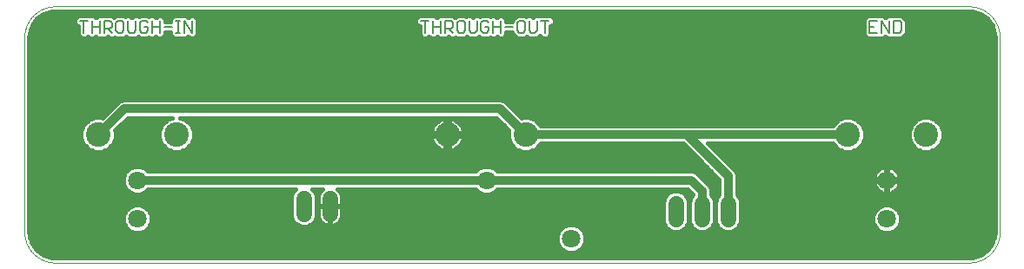
<source format=gtl>
G75*
%MOIN*%
%OFA0B0*%
%FSLAX25Y25*%
%IPPOS*%
%LPD*%
%AMOC8*
5,1,8,0,0,1.08239X$1,22.5*
%
%ADD10C,0.00000*%
%ADD11C,0.00500*%
%ADD12C,0.06000*%
%ADD13C,0.09449*%
%ADD14C,0.07087*%
%ADD15C,0.01600*%
%ADD16C,0.03200*%
D10*
X0029359Y0035315D02*
X0379753Y0035315D01*
X0380038Y0035318D01*
X0380324Y0035329D01*
X0380609Y0035346D01*
X0380893Y0035370D01*
X0381177Y0035401D01*
X0381460Y0035439D01*
X0381741Y0035484D01*
X0382022Y0035535D01*
X0382302Y0035593D01*
X0382580Y0035658D01*
X0382856Y0035730D01*
X0383130Y0035808D01*
X0383403Y0035893D01*
X0383673Y0035985D01*
X0383941Y0036083D01*
X0384207Y0036187D01*
X0384470Y0036298D01*
X0384730Y0036415D01*
X0384988Y0036538D01*
X0385242Y0036668D01*
X0385493Y0036804D01*
X0385741Y0036945D01*
X0385985Y0037093D01*
X0386226Y0037246D01*
X0386462Y0037406D01*
X0386695Y0037571D01*
X0386924Y0037741D01*
X0387149Y0037917D01*
X0387369Y0038099D01*
X0387585Y0038285D01*
X0387796Y0038477D01*
X0388003Y0038674D01*
X0388205Y0038876D01*
X0388402Y0039083D01*
X0388594Y0039294D01*
X0388780Y0039510D01*
X0388962Y0039730D01*
X0389138Y0039955D01*
X0389308Y0040184D01*
X0389473Y0040417D01*
X0389633Y0040653D01*
X0389786Y0040894D01*
X0389934Y0041138D01*
X0390075Y0041386D01*
X0390211Y0041637D01*
X0390341Y0041891D01*
X0390464Y0042149D01*
X0390581Y0042409D01*
X0390692Y0042672D01*
X0390796Y0042938D01*
X0390894Y0043206D01*
X0390986Y0043476D01*
X0391071Y0043749D01*
X0391149Y0044023D01*
X0391221Y0044299D01*
X0391286Y0044577D01*
X0391344Y0044857D01*
X0391395Y0045138D01*
X0391440Y0045419D01*
X0391478Y0045702D01*
X0391509Y0045986D01*
X0391533Y0046270D01*
X0391550Y0046555D01*
X0391561Y0046841D01*
X0391564Y0047126D01*
X0391564Y0121929D01*
X0391561Y0122214D01*
X0391550Y0122500D01*
X0391533Y0122785D01*
X0391509Y0123069D01*
X0391478Y0123353D01*
X0391440Y0123636D01*
X0391395Y0123917D01*
X0391344Y0124198D01*
X0391286Y0124478D01*
X0391221Y0124756D01*
X0391149Y0125032D01*
X0391071Y0125306D01*
X0390986Y0125579D01*
X0390894Y0125849D01*
X0390796Y0126117D01*
X0390692Y0126383D01*
X0390581Y0126646D01*
X0390464Y0126906D01*
X0390341Y0127164D01*
X0390211Y0127418D01*
X0390075Y0127669D01*
X0389934Y0127917D01*
X0389786Y0128161D01*
X0389633Y0128402D01*
X0389473Y0128638D01*
X0389308Y0128871D01*
X0389138Y0129100D01*
X0388962Y0129325D01*
X0388780Y0129545D01*
X0388594Y0129761D01*
X0388402Y0129972D01*
X0388205Y0130179D01*
X0388003Y0130381D01*
X0387796Y0130578D01*
X0387585Y0130770D01*
X0387369Y0130956D01*
X0387149Y0131138D01*
X0386924Y0131314D01*
X0386695Y0131484D01*
X0386462Y0131649D01*
X0386226Y0131809D01*
X0385985Y0131962D01*
X0385741Y0132110D01*
X0385493Y0132251D01*
X0385242Y0132387D01*
X0384988Y0132517D01*
X0384730Y0132640D01*
X0384470Y0132757D01*
X0384207Y0132868D01*
X0383941Y0132972D01*
X0383673Y0133070D01*
X0383403Y0133162D01*
X0383130Y0133247D01*
X0382856Y0133325D01*
X0382580Y0133397D01*
X0382302Y0133462D01*
X0382022Y0133520D01*
X0381741Y0133571D01*
X0381460Y0133616D01*
X0381177Y0133654D01*
X0380893Y0133685D01*
X0380609Y0133709D01*
X0380324Y0133726D01*
X0380038Y0133737D01*
X0379753Y0133740D01*
X0029359Y0133740D01*
X0029074Y0133737D01*
X0028788Y0133726D01*
X0028503Y0133709D01*
X0028219Y0133685D01*
X0027935Y0133654D01*
X0027652Y0133616D01*
X0027371Y0133571D01*
X0027090Y0133520D01*
X0026810Y0133462D01*
X0026532Y0133397D01*
X0026256Y0133325D01*
X0025982Y0133247D01*
X0025709Y0133162D01*
X0025439Y0133070D01*
X0025171Y0132972D01*
X0024905Y0132868D01*
X0024642Y0132757D01*
X0024382Y0132640D01*
X0024124Y0132517D01*
X0023870Y0132387D01*
X0023619Y0132251D01*
X0023371Y0132110D01*
X0023127Y0131962D01*
X0022886Y0131809D01*
X0022650Y0131649D01*
X0022417Y0131484D01*
X0022188Y0131314D01*
X0021963Y0131138D01*
X0021743Y0130956D01*
X0021527Y0130770D01*
X0021316Y0130578D01*
X0021109Y0130381D01*
X0020907Y0130179D01*
X0020710Y0129972D01*
X0020518Y0129761D01*
X0020332Y0129545D01*
X0020150Y0129325D01*
X0019974Y0129100D01*
X0019804Y0128871D01*
X0019639Y0128638D01*
X0019479Y0128402D01*
X0019326Y0128161D01*
X0019178Y0127917D01*
X0019037Y0127669D01*
X0018901Y0127418D01*
X0018771Y0127164D01*
X0018648Y0126906D01*
X0018531Y0126646D01*
X0018420Y0126383D01*
X0018316Y0126117D01*
X0018218Y0125849D01*
X0018126Y0125579D01*
X0018041Y0125306D01*
X0017963Y0125032D01*
X0017891Y0124756D01*
X0017826Y0124478D01*
X0017768Y0124198D01*
X0017717Y0123917D01*
X0017672Y0123636D01*
X0017634Y0123353D01*
X0017603Y0123069D01*
X0017579Y0122785D01*
X0017562Y0122500D01*
X0017551Y0122214D01*
X0017548Y0121929D01*
X0017548Y0047126D01*
X0017551Y0046841D01*
X0017562Y0046555D01*
X0017579Y0046270D01*
X0017603Y0045986D01*
X0017634Y0045702D01*
X0017672Y0045419D01*
X0017717Y0045138D01*
X0017768Y0044857D01*
X0017826Y0044577D01*
X0017891Y0044299D01*
X0017963Y0044023D01*
X0018041Y0043749D01*
X0018126Y0043476D01*
X0018218Y0043206D01*
X0018316Y0042938D01*
X0018420Y0042672D01*
X0018531Y0042409D01*
X0018648Y0042149D01*
X0018771Y0041891D01*
X0018901Y0041637D01*
X0019037Y0041386D01*
X0019178Y0041138D01*
X0019326Y0040894D01*
X0019479Y0040653D01*
X0019639Y0040417D01*
X0019804Y0040184D01*
X0019974Y0039955D01*
X0020150Y0039730D01*
X0020332Y0039510D01*
X0020518Y0039294D01*
X0020710Y0039083D01*
X0020907Y0038876D01*
X0021109Y0038674D01*
X0021316Y0038477D01*
X0021527Y0038285D01*
X0021743Y0038099D01*
X0021963Y0037917D01*
X0022188Y0037741D01*
X0022417Y0037571D01*
X0022650Y0037406D01*
X0022886Y0037246D01*
X0023127Y0037093D01*
X0023371Y0036945D01*
X0023619Y0036804D01*
X0023870Y0036668D01*
X0024124Y0036538D01*
X0024382Y0036415D01*
X0024642Y0036298D01*
X0024905Y0036187D01*
X0025171Y0036083D01*
X0025439Y0035985D01*
X0025709Y0035893D01*
X0025982Y0035808D01*
X0026256Y0035730D01*
X0026532Y0035658D01*
X0026810Y0035593D01*
X0027090Y0035535D01*
X0027371Y0035484D01*
X0027652Y0035439D01*
X0027935Y0035401D01*
X0028219Y0035370D01*
X0028503Y0035346D01*
X0028788Y0035329D01*
X0029074Y0035318D01*
X0029359Y0035315D01*
D11*
X0040354Y0123616D02*
X0040354Y0128120D01*
X0038853Y0128120D02*
X0041855Y0128120D01*
X0043457Y0128120D02*
X0043457Y0123616D01*
X0046459Y0123616D02*
X0046459Y0128120D01*
X0048061Y0128120D02*
X0050313Y0128120D01*
X0051063Y0127369D01*
X0051063Y0125868D01*
X0050313Y0125117D01*
X0048061Y0125117D01*
X0048061Y0123616D02*
X0048061Y0128120D01*
X0046459Y0125868D02*
X0043457Y0125868D01*
X0049562Y0125117D02*
X0051063Y0123616D01*
X0052665Y0124367D02*
X0053415Y0123616D01*
X0054916Y0123616D01*
X0055667Y0124367D01*
X0055667Y0127369D01*
X0054916Y0128120D01*
X0053415Y0128120D01*
X0052665Y0127369D01*
X0052665Y0124367D01*
X0057268Y0124367D02*
X0058019Y0123616D01*
X0059520Y0123616D01*
X0060271Y0124367D01*
X0060271Y0128120D01*
X0061872Y0127369D02*
X0061872Y0124367D01*
X0062623Y0123616D01*
X0064124Y0123616D01*
X0064875Y0124367D01*
X0064875Y0125868D01*
X0063374Y0125868D01*
X0064875Y0127369D02*
X0064124Y0128120D01*
X0062623Y0128120D01*
X0061872Y0127369D01*
X0066476Y0128120D02*
X0066476Y0123616D01*
X0069479Y0123616D02*
X0069479Y0128120D01*
X0069479Y0125868D02*
X0066476Y0125868D01*
X0071080Y0125868D02*
X0074083Y0125868D01*
X0075684Y0128120D02*
X0077185Y0128120D01*
X0076435Y0128120D02*
X0076435Y0123616D01*
X0077185Y0123616D02*
X0075684Y0123616D01*
X0078753Y0123616D02*
X0078753Y0128120D01*
X0081756Y0123616D01*
X0081756Y0128120D01*
X0057268Y0128120D02*
X0057268Y0124367D01*
X0169642Y0128120D02*
X0172644Y0128120D01*
X0171143Y0128120D02*
X0171143Y0123616D01*
X0174246Y0123616D02*
X0174246Y0128120D01*
X0174246Y0125868D02*
X0177248Y0125868D01*
X0178850Y0125117D02*
X0181102Y0125117D01*
X0181852Y0125868D01*
X0181852Y0127369D01*
X0181102Y0128120D01*
X0178850Y0128120D01*
X0178850Y0123616D01*
X0177248Y0123616D02*
X0177248Y0128120D01*
X0183454Y0127369D02*
X0183454Y0124367D01*
X0184204Y0123616D01*
X0185705Y0123616D01*
X0186456Y0124367D01*
X0186456Y0127369D01*
X0185705Y0128120D01*
X0184204Y0128120D01*
X0183454Y0127369D01*
X0180351Y0125117D02*
X0181852Y0123616D01*
X0188057Y0124367D02*
X0188808Y0123616D01*
X0190309Y0123616D01*
X0191060Y0124367D01*
X0191060Y0128120D01*
X0192661Y0127369D02*
X0192661Y0124367D01*
X0193412Y0123616D01*
X0194913Y0123616D01*
X0195664Y0124367D01*
X0195664Y0125868D01*
X0194163Y0125868D01*
X0195664Y0127369D02*
X0194913Y0128120D01*
X0193412Y0128120D01*
X0192661Y0127369D01*
X0197265Y0128120D02*
X0197265Y0123616D01*
X0200268Y0123616D02*
X0200268Y0128120D01*
X0200268Y0125868D02*
X0197265Y0125868D01*
X0201869Y0125868D02*
X0204872Y0125868D01*
X0206473Y0127369D02*
X0206473Y0124367D01*
X0207224Y0123616D01*
X0208725Y0123616D01*
X0209476Y0124367D01*
X0209476Y0127369D01*
X0208725Y0128120D01*
X0207224Y0128120D01*
X0206473Y0127369D01*
X0211077Y0128120D02*
X0211077Y0124367D01*
X0211828Y0123616D01*
X0213329Y0123616D01*
X0214080Y0124367D01*
X0214080Y0128120D01*
X0215681Y0128120D02*
X0218684Y0128120D01*
X0217182Y0128120D02*
X0217182Y0123616D01*
X0188057Y0124367D02*
X0188057Y0128120D01*
X0341601Y0128120D02*
X0341601Y0123616D01*
X0344603Y0123616D01*
X0346205Y0123616D02*
X0346205Y0128120D01*
X0349207Y0123616D01*
X0349207Y0128120D01*
X0350809Y0128120D02*
X0353061Y0128120D01*
X0353811Y0127369D01*
X0353811Y0124367D01*
X0353061Y0123616D01*
X0350809Y0123616D01*
X0350809Y0128120D01*
X0344603Y0128120D02*
X0341601Y0128120D01*
X0341601Y0125868D02*
X0343102Y0125868D01*
D12*
X0287391Y0058000D02*
X0287391Y0052000D01*
X0277391Y0052000D02*
X0277391Y0058000D01*
X0267391Y0058000D02*
X0267391Y0052000D01*
X0134753Y0053969D02*
X0134753Y0059969D01*
X0124753Y0059969D02*
X0124753Y0053969D01*
D13*
X0075855Y0084528D03*
X0045855Y0084528D03*
X0179713Y0084528D03*
X0209713Y0084528D03*
X0333257Y0084528D03*
X0363257Y0084528D03*
D14*
X0348257Y0067008D03*
X0348257Y0052047D03*
X0227194Y0044528D03*
X0194713Y0067008D03*
X0060855Y0067008D03*
X0060855Y0052047D03*
D15*
X0056043Y0049702D02*
X0019332Y0049702D01*
X0019332Y0051300D02*
X0055512Y0051300D01*
X0055512Y0050984D02*
X0056325Y0049020D01*
X0057828Y0047517D01*
X0059792Y0046704D01*
X0061918Y0046704D01*
X0063882Y0047517D01*
X0065385Y0049020D01*
X0066198Y0050984D01*
X0066198Y0053110D01*
X0065385Y0055074D01*
X0063882Y0056577D01*
X0061918Y0057391D01*
X0059792Y0057391D01*
X0057828Y0056577D01*
X0056325Y0055074D01*
X0055512Y0053110D01*
X0055512Y0050984D01*
X0057243Y0048103D02*
X0019332Y0048103D01*
X0019332Y0047126D02*
X0019332Y0121929D01*
X0019456Y0123498D01*
X0020425Y0126481D01*
X0022269Y0129019D01*
X0024807Y0130863D01*
X0027791Y0131832D01*
X0029359Y0131956D01*
X0030098Y0131956D01*
X0379753Y0131956D01*
X0381321Y0131832D01*
X0384305Y0130863D01*
X0386843Y0129019D01*
X0388687Y0126481D01*
X0389656Y0123498D01*
X0389780Y0121929D01*
X0389780Y0047126D01*
X0389656Y0045557D01*
X0388687Y0042574D01*
X0386843Y0040036D01*
X0384305Y0038192D01*
X0381321Y0037223D01*
X0379753Y0037099D01*
X0029359Y0037099D01*
X0027791Y0037223D01*
X0024807Y0038192D01*
X0022269Y0040036D01*
X0020425Y0042574D01*
X0019456Y0045557D01*
X0019332Y0047126D01*
X0019381Y0046505D02*
X0222229Y0046505D01*
X0221850Y0045590D02*
X0222664Y0047554D01*
X0224167Y0049057D01*
X0226131Y0049871D01*
X0228257Y0049871D01*
X0230220Y0049057D01*
X0231724Y0047554D01*
X0232537Y0045590D01*
X0232537Y0043465D01*
X0231724Y0041501D01*
X0230220Y0039998D01*
X0228257Y0039184D01*
X0226131Y0039184D01*
X0224167Y0039998D01*
X0222664Y0041501D01*
X0221850Y0043465D01*
X0221850Y0045590D01*
X0221850Y0044906D02*
X0019667Y0044906D01*
X0020187Y0043308D02*
X0221916Y0043308D01*
X0222578Y0041709D02*
X0021054Y0041709D01*
X0022215Y0040110D02*
X0224054Y0040110D01*
X0230333Y0040110D02*
X0386897Y0040110D01*
X0388058Y0041709D02*
X0231810Y0041709D01*
X0232472Y0043308D02*
X0388925Y0043308D01*
X0389444Y0044906D02*
X0232537Y0044906D01*
X0232158Y0046505D02*
X0389731Y0046505D01*
X0389780Y0048103D02*
X0351869Y0048103D01*
X0351283Y0047517D02*
X0352787Y0049020D01*
X0353600Y0050984D01*
X0353600Y0053110D01*
X0352787Y0055074D01*
X0351283Y0056577D01*
X0349320Y0057391D01*
X0347194Y0057391D01*
X0345230Y0056577D01*
X0343727Y0055074D01*
X0342913Y0053110D01*
X0342913Y0050984D01*
X0343727Y0049020D01*
X0345230Y0047517D01*
X0347194Y0046704D01*
X0349320Y0046704D01*
X0351283Y0047517D01*
X0344644Y0048103D02*
X0290282Y0048103D01*
X0290110Y0047931D02*
X0291460Y0049281D01*
X0292191Y0051045D01*
X0292191Y0058955D01*
X0291460Y0060719D01*
X0290791Y0061388D01*
X0290791Y0069298D01*
X0290273Y0070548D01*
X0289316Y0071504D01*
X0279693Y0081128D01*
X0327603Y0081128D01*
X0327726Y0080832D01*
X0329561Y0078996D01*
X0331959Y0078003D01*
X0334554Y0078003D01*
X0336952Y0078996D01*
X0338788Y0080832D01*
X0339781Y0083230D01*
X0339781Y0085825D01*
X0338788Y0088223D01*
X0336952Y0090059D01*
X0334554Y0091052D01*
X0331959Y0091052D01*
X0329561Y0090059D01*
X0327726Y0088223D01*
X0327603Y0087928D01*
X0215367Y0087928D01*
X0215245Y0088223D01*
X0213409Y0090059D01*
X0211011Y0091052D01*
X0208416Y0091052D01*
X0208120Y0090929D01*
X0202753Y0096296D01*
X0201797Y0097252D01*
X0200547Y0097770D01*
X0055021Y0097770D01*
X0053772Y0097252D01*
X0052815Y0096296D01*
X0047449Y0090929D01*
X0047153Y0091052D01*
X0044557Y0091052D01*
X0042159Y0090059D01*
X0040324Y0088223D01*
X0039331Y0085825D01*
X0039331Y0083230D01*
X0040324Y0080832D01*
X0042159Y0078996D01*
X0044557Y0078003D01*
X0047153Y0078003D01*
X0049551Y0078996D01*
X0051386Y0080832D01*
X0052380Y0083230D01*
X0052380Y0085825D01*
X0052257Y0086121D01*
X0057106Y0090970D01*
X0074360Y0090970D01*
X0072159Y0090059D01*
X0070324Y0088223D01*
X0069331Y0085825D01*
X0069331Y0083230D01*
X0070324Y0080832D01*
X0072159Y0078996D01*
X0074557Y0078003D01*
X0077153Y0078003D01*
X0079551Y0078996D01*
X0081386Y0080832D01*
X0082380Y0083230D01*
X0082380Y0085825D01*
X0081386Y0088223D01*
X0079551Y0090059D01*
X0077351Y0090970D01*
X0198463Y0090970D01*
X0203312Y0086121D01*
X0203189Y0085825D01*
X0203189Y0083230D01*
X0204182Y0080832D01*
X0206018Y0078996D01*
X0208416Y0078003D01*
X0211011Y0078003D01*
X0213409Y0078996D01*
X0215245Y0080832D01*
X0215367Y0081128D01*
X0270077Y0081128D01*
X0283991Y0067214D01*
X0283991Y0061388D01*
X0283321Y0060719D01*
X0282591Y0058955D01*
X0282591Y0051045D01*
X0283321Y0049281D01*
X0284672Y0047931D01*
X0286436Y0047200D01*
X0288345Y0047200D01*
X0290110Y0047931D01*
X0291634Y0049702D02*
X0343445Y0049702D01*
X0342913Y0051300D02*
X0292191Y0051300D01*
X0292191Y0052899D02*
X0342913Y0052899D01*
X0343488Y0054497D02*
X0292191Y0054497D01*
X0292191Y0056096D02*
X0344748Y0056096D01*
X0351765Y0056096D02*
X0389780Y0056096D01*
X0389780Y0057694D02*
X0292191Y0057694D01*
X0292051Y0059293D02*
X0389780Y0059293D01*
X0389780Y0060891D02*
X0291288Y0060891D01*
X0290791Y0062490D02*
X0345823Y0062490D01*
X0345568Y0062620D02*
X0346287Y0062253D01*
X0347055Y0062003D01*
X0347853Y0061877D01*
X0347876Y0061877D01*
X0347876Y0066627D01*
X0348638Y0066627D01*
X0348638Y0067389D01*
X0353387Y0067389D01*
X0353387Y0067412D01*
X0353261Y0068209D01*
X0353011Y0068977D01*
X0352645Y0069697D01*
X0352170Y0070350D01*
X0351599Y0070921D01*
X0350946Y0071396D01*
X0350226Y0071763D01*
X0349458Y0072012D01*
X0348660Y0072139D01*
X0348638Y0072139D01*
X0348638Y0067389D01*
X0347876Y0067389D01*
X0347876Y0072139D01*
X0347853Y0072139D01*
X0347055Y0072012D01*
X0346287Y0071763D01*
X0345568Y0071396D01*
X0344914Y0070921D01*
X0344343Y0070350D01*
X0343869Y0069697D01*
X0343502Y0068977D01*
X0343252Y0068209D01*
X0343126Y0067412D01*
X0343126Y0067389D01*
X0347876Y0067389D01*
X0347876Y0066627D01*
X0343126Y0066627D01*
X0343126Y0066604D01*
X0343252Y0065806D01*
X0343502Y0065038D01*
X0343869Y0064319D01*
X0344343Y0063665D01*
X0344914Y0063094D01*
X0345568Y0062620D01*
X0344036Y0064088D02*
X0290791Y0064088D01*
X0290791Y0065687D02*
X0343291Y0065687D01*
X0343471Y0068884D02*
X0290791Y0068884D01*
X0290791Y0067285D02*
X0347876Y0067285D01*
X0348638Y0067285D02*
X0389780Y0067285D01*
X0389780Y0065687D02*
X0353222Y0065687D01*
X0353261Y0065806D02*
X0353387Y0066604D01*
X0353387Y0066627D01*
X0348638Y0066627D01*
X0348638Y0061877D01*
X0348660Y0061877D01*
X0349458Y0062003D01*
X0350226Y0062253D01*
X0350946Y0062620D01*
X0351599Y0063094D01*
X0352170Y0063665D01*
X0352645Y0064319D01*
X0353011Y0065038D01*
X0353261Y0065806D01*
X0352477Y0064088D02*
X0389780Y0064088D01*
X0389780Y0062490D02*
X0350691Y0062490D01*
X0348638Y0062490D02*
X0347876Y0062490D01*
X0347876Y0064088D02*
X0348638Y0064088D01*
X0348638Y0065687D02*
X0347876Y0065687D01*
X0347876Y0068884D02*
X0348638Y0068884D01*
X0348638Y0070482D02*
X0347876Y0070482D01*
X0347876Y0072081D02*
X0348638Y0072081D01*
X0349026Y0072081D02*
X0389780Y0072081D01*
X0389780Y0073679D02*
X0287142Y0073679D01*
X0288740Y0072081D02*
X0347488Y0072081D01*
X0344475Y0070482D02*
X0290300Y0070482D01*
X0282321Y0068884D02*
X0276189Y0068884D01*
X0275183Y0069890D02*
X0273933Y0070408D01*
X0198870Y0070408D01*
X0197740Y0071538D01*
X0195776Y0072351D01*
X0193651Y0072351D01*
X0191687Y0071538D01*
X0190557Y0070408D01*
X0065012Y0070408D01*
X0063882Y0071538D01*
X0061918Y0072351D01*
X0059792Y0072351D01*
X0057828Y0071538D01*
X0056325Y0070035D01*
X0055512Y0068071D01*
X0055512Y0065945D01*
X0056325Y0063981D01*
X0057828Y0062478D01*
X0059792Y0061665D01*
X0061918Y0061665D01*
X0063882Y0062478D01*
X0065012Y0063608D01*
X0121604Y0063608D01*
X0120684Y0062687D01*
X0119953Y0060923D01*
X0119953Y0053014D01*
X0120684Y0051250D01*
X0122034Y0049899D01*
X0123798Y0049169D01*
X0125708Y0049169D01*
X0127472Y0049899D01*
X0128822Y0051250D01*
X0129553Y0053014D01*
X0129553Y0060923D01*
X0128822Y0062687D01*
X0127902Y0063608D01*
X0131957Y0063608D01*
X0131764Y0063468D01*
X0131254Y0062957D01*
X0130829Y0062373D01*
X0130501Y0061729D01*
X0130278Y0061043D01*
X0130165Y0060330D01*
X0130165Y0057169D01*
X0134553Y0057169D01*
X0134553Y0056768D01*
X0134953Y0056768D01*
X0134953Y0049381D01*
X0135114Y0049381D01*
X0135827Y0049494D01*
X0136514Y0049717D01*
X0137157Y0050045D01*
X0137741Y0050469D01*
X0138252Y0050980D01*
X0138676Y0051564D01*
X0139004Y0052208D01*
X0139227Y0052894D01*
X0139340Y0053607D01*
X0139340Y0056768D01*
X0134953Y0056768D01*
X0134953Y0057169D01*
X0139340Y0057169D01*
X0139340Y0060330D01*
X0139227Y0061043D01*
X0139004Y0061729D01*
X0138676Y0062373D01*
X0138252Y0062957D01*
X0137741Y0063468D01*
X0137548Y0063608D01*
X0190557Y0063608D01*
X0191687Y0062478D01*
X0193651Y0061665D01*
X0195776Y0061665D01*
X0197740Y0062478D01*
X0198870Y0063608D01*
X0271848Y0063608D01*
X0273991Y0061466D01*
X0273991Y0061388D01*
X0273321Y0060719D01*
X0272591Y0058955D01*
X0272591Y0051045D01*
X0273321Y0049281D01*
X0274672Y0047931D01*
X0276436Y0047200D01*
X0278345Y0047200D01*
X0280110Y0047931D01*
X0281460Y0049281D01*
X0282191Y0051045D01*
X0282191Y0058955D01*
X0281460Y0060719D01*
X0280791Y0061388D01*
X0280791Y0063550D01*
X0280273Y0064800D01*
X0279316Y0065756D01*
X0275183Y0069890D01*
X0279124Y0072081D02*
X0196429Y0072081D01*
X0198796Y0070482D02*
X0280722Y0070482D01*
X0277788Y0067285D02*
X0283919Y0067285D01*
X0283991Y0065687D02*
X0279386Y0065687D01*
X0280568Y0064088D02*
X0283991Y0064088D01*
X0283991Y0062490D02*
X0280791Y0062490D01*
X0281288Y0060891D02*
X0283493Y0060891D01*
X0282730Y0059293D02*
X0282051Y0059293D01*
X0282191Y0057694D02*
X0282591Y0057694D01*
X0282591Y0056096D02*
X0282191Y0056096D01*
X0282191Y0054497D02*
X0282591Y0054497D01*
X0282591Y0052899D02*
X0282191Y0052899D01*
X0282191Y0051300D02*
X0282591Y0051300D01*
X0283147Y0049702D02*
X0281634Y0049702D01*
X0280282Y0048103D02*
X0284499Y0048103D01*
X0274499Y0048103D02*
X0270282Y0048103D01*
X0270110Y0047931D02*
X0271460Y0049281D01*
X0272191Y0051045D01*
X0272191Y0058955D01*
X0271460Y0060719D01*
X0270110Y0062069D01*
X0268345Y0062800D01*
X0266436Y0062800D01*
X0264672Y0062069D01*
X0263321Y0060719D01*
X0262591Y0058955D01*
X0262591Y0051045D01*
X0263321Y0049281D01*
X0264672Y0047931D01*
X0266436Y0047200D01*
X0268345Y0047200D01*
X0270110Y0047931D01*
X0271634Y0049702D02*
X0273147Y0049702D01*
X0272591Y0051300D02*
X0272191Y0051300D01*
X0272191Y0052899D02*
X0272591Y0052899D01*
X0272591Y0054497D02*
X0272191Y0054497D01*
X0272191Y0056096D02*
X0272591Y0056096D01*
X0272591Y0057694D02*
X0272191Y0057694D01*
X0272051Y0059293D02*
X0272730Y0059293D01*
X0273493Y0060891D02*
X0271288Y0060891D01*
X0272967Y0062490D02*
X0269095Y0062490D01*
X0265687Y0062490D02*
X0197752Y0062490D01*
X0191675Y0062490D02*
X0138591Y0062490D01*
X0139251Y0060891D02*
X0263493Y0060891D01*
X0262730Y0059293D02*
X0139340Y0059293D01*
X0139340Y0057694D02*
X0262591Y0057694D01*
X0262591Y0056096D02*
X0139340Y0056096D01*
X0139340Y0054497D02*
X0262591Y0054497D01*
X0262591Y0052899D02*
X0139228Y0052899D01*
X0138484Y0051300D02*
X0262591Y0051300D01*
X0263147Y0049702D02*
X0228665Y0049702D01*
X0225722Y0049702D02*
X0136466Y0049702D01*
X0134953Y0049702D02*
X0134553Y0049702D01*
X0134553Y0049381D02*
X0134553Y0056768D01*
X0130165Y0056768D01*
X0130165Y0053607D01*
X0130278Y0052894D01*
X0130501Y0052208D01*
X0130829Y0051564D01*
X0131254Y0050980D01*
X0131764Y0050469D01*
X0132348Y0050045D01*
X0132992Y0049717D01*
X0133679Y0049494D01*
X0134392Y0049381D01*
X0134553Y0049381D01*
X0133040Y0049702D02*
X0126994Y0049702D01*
X0128843Y0051300D02*
X0131021Y0051300D01*
X0130278Y0052899D02*
X0129505Y0052899D01*
X0129553Y0054497D02*
X0130165Y0054497D01*
X0130165Y0056096D02*
X0129553Y0056096D01*
X0129553Y0057694D02*
X0130165Y0057694D01*
X0130165Y0059293D02*
X0129553Y0059293D01*
X0129553Y0060891D02*
X0130254Y0060891D01*
X0130914Y0062490D02*
X0128904Y0062490D01*
X0120602Y0062490D02*
X0063893Y0062490D01*
X0057817Y0062490D02*
X0019332Y0062490D01*
X0019332Y0064088D02*
X0056281Y0064088D01*
X0055619Y0065687D02*
X0019332Y0065687D01*
X0019332Y0067285D02*
X0055512Y0067285D01*
X0055849Y0068884D02*
X0019332Y0068884D01*
X0019332Y0070482D02*
X0056773Y0070482D01*
X0059139Y0072081D02*
X0019332Y0072081D01*
X0019332Y0073679D02*
X0277525Y0073679D01*
X0275927Y0075278D02*
X0019332Y0075278D01*
X0019332Y0076876D02*
X0274328Y0076876D01*
X0272730Y0078475D02*
X0212150Y0078475D01*
X0214486Y0080073D02*
X0271131Y0080073D01*
X0280748Y0080073D02*
X0328484Y0080073D01*
X0330820Y0078475D02*
X0282346Y0078475D01*
X0283945Y0076876D02*
X0389780Y0076876D01*
X0389780Y0075278D02*
X0285543Y0075278D01*
X0327660Y0088066D02*
X0215310Y0088066D01*
X0213803Y0089664D02*
X0329167Y0089664D01*
X0337347Y0089664D02*
X0359167Y0089664D01*
X0359561Y0090059D02*
X0357726Y0088223D01*
X0356732Y0085825D01*
X0356732Y0083230D01*
X0357726Y0080832D01*
X0359561Y0078996D01*
X0361959Y0078003D01*
X0364554Y0078003D01*
X0366952Y0078996D01*
X0368788Y0080832D01*
X0369781Y0083230D01*
X0369781Y0085825D01*
X0368788Y0088223D01*
X0366952Y0090059D01*
X0364554Y0091052D01*
X0361959Y0091052D01*
X0359561Y0090059D01*
X0357660Y0088066D02*
X0338853Y0088066D01*
X0339515Y0086467D02*
X0356998Y0086467D01*
X0356732Y0084869D02*
X0339781Y0084869D01*
X0339781Y0083270D02*
X0356732Y0083270D01*
X0357378Y0081672D02*
X0339136Y0081672D01*
X0338029Y0080073D02*
X0358484Y0080073D01*
X0360820Y0078475D02*
X0335693Y0078475D01*
X0352038Y0070482D02*
X0389780Y0070482D01*
X0389780Y0068884D02*
X0353042Y0068884D01*
X0365693Y0078475D02*
X0389780Y0078475D01*
X0389780Y0080073D02*
X0368029Y0080073D01*
X0369136Y0081672D02*
X0389780Y0081672D01*
X0389780Y0083270D02*
X0369781Y0083270D01*
X0369781Y0084869D02*
X0389780Y0084869D01*
X0389780Y0086467D02*
X0369515Y0086467D01*
X0368853Y0088066D02*
X0389780Y0088066D01*
X0389780Y0089664D02*
X0367347Y0089664D01*
X0389780Y0091263D02*
X0207786Y0091263D01*
X0206188Y0092861D02*
X0389780Y0092861D01*
X0389780Y0094460D02*
X0204589Y0094460D01*
X0202991Y0096058D02*
X0389780Y0096058D01*
X0389780Y0097657D02*
X0200820Y0097657D01*
X0199768Y0089664D02*
X0183381Y0089664D01*
X0183021Y0089926D02*
X0182136Y0090377D01*
X0181191Y0090684D01*
X0180488Y0090795D01*
X0180488Y0085302D01*
X0185981Y0085302D01*
X0185870Y0086006D01*
X0185563Y0086950D01*
X0185112Y0087836D01*
X0184528Y0088639D01*
X0183825Y0089342D01*
X0183021Y0089926D01*
X0180488Y0089664D02*
X0178939Y0089664D01*
X0178939Y0090795D02*
X0178235Y0090684D01*
X0177290Y0090377D01*
X0176405Y0089926D01*
X0175602Y0089342D01*
X0174899Y0088639D01*
X0174315Y0087836D01*
X0173864Y0086950D01*
X0173557Y0086006D01*
X0173446Y0085302D01*
X0178938Y0085302D01*
X0178938Y0083753D01*
X0173446Y0083753D01*
X0173557Y0083050D01*
X0173864Y0082105D01*
X0174315Y0081219D01*
X0174899Y0080416D01*
X0175602Y0079713D01*
X0176405Y0079129D01*
X0177290Y0078678D01*
X0178235Y0078371D01*
X0178939Y0078260D01*
X0178939Y0083753D01*
X0180488Y0083753D01*
X0180488Y0085302D01*
X0178939Y0085302D01*
X0178939Y0090795D01*
X0176045Y0089664D02*
X0079945Y0089664D01*
X0081451Y0088066D02*
X0174482Y0088066D01*
X0173707Y0086467D02*
X0082114Y0086467D01*
X0082380Y0084869D02*
X0178938Y0084869D01*
X0180488Y0084869D02*
X0203189Y0084869D01*
X0203189Y0083270D02*
X0185905Y0083270D01*
X0185870Y0083050D02*
X0185981Y0083753D01*
X0180488Y0083753D01*
X0180488Y0078260D01*
X0181191Y0078371D01*
X0182136Y0078678D01*
X0183021Y0079129D01*
X0183825Y0079713D01*
X0184528Y0080416D01*
X0185112Y0081219D01*
X0185563Y0082105D01*
X0185870Y0083050D01*
X0185342Y0081672D02*
X0203834Y0081672D01*
X0204941Y0080073D02*
X0184185Y0080073D01*
X0181510Y0078475D02*
X0207277Y0078475D01*
X0202965Y0086467D02*
X0185720Y0086467D01*
X0184945Y0088066D02*
X0201367Y0088066D01*
X0180488Y0088066D02*
X0178939Y0088066D01*
X0178939Y0086467D02*
X0180488Y0086467D01*
X0180488Y0083270D02*
X0178939Y0083270D01*
X0178939Y0081672D02*
X0180488Y0081672D01*
X0180488Y0080073D02*
X0178939Y0080073D01*
X0178939Y0078475D02*
X0180488Y0078475D01*
X0177916Y0078475D02*
X0078291Y0078475D01*
X0080628Y0080073D02*
X0175241Y0080073D01*
X0174085Y0081672D02*
X0081734Y0081672D01*
X0082380Y0083270D02*
X0173522Y0083270D01*
X0192998Y0072081D02*
X0062571Y0072081D01*
X0064937Y0070482D02*
X0190631Y0070482D01*
X0223213Y0048103D02*
X0064467Y0048103D01*
X0065667Y0049702D02*
X0122511Y0049702D01*
X0120663Y0051300D02*
X0066198Y0051300D01*
X0066198Y0052899D02*
X0120000Y0052899D01*
X0119953Y0054497D02*
X0065624Y0054497D01*
X0064363Y0056096D02*
X0119953Y0056096D01*
X0119953Y0057694D02*
X0019332Y0057694D01*
X0019332Y0056096D02*
X0057347Y0056096D01*
X0056086Y0054497D02*
X0019332Y0054497D01*
X0019332Y0052899D02*
X0055512Y0052899D01*
X0024367Y0038512D02*
X0384745Y0038512D01*
X0389780Y0049702D02*
X0353069Y0049702D01*
X0353600Y0051300D02*
X0389780Y0051300D01*
X0389780Y0052899D02*
X0353600Y0052899D01*
X0353025Y0054497D02*
X0389780Y0054497D01*
X0389780Y0099255D02*
X0019332Y0099255D01*
X0019332Y0097657D02*
X0054748Y0097657D01*
X0052815Y0096296D02*
X0052815Y0096296D01*
X0052578Y0096058D02*
X0019332Y0096058D01*
X0019332Y0094460D02*
X0050979Y0094460D01*
X0049381Y0092861D02*
X0019332Y0092861D01*
X0019332Y0091263D02*
X0047782Y0091263D01*
X0041765Y0089664D02*
X0019332Y0089664D01*
X0019332Y0088066D02*
X0040259Y0088066D01*
X0039597Y0086467D02*
X0019332Y0086467D01*
X0019332Y0084869D02*
X0039331Y0084869D01*
X0039331Y0083270D02*
X0019332Y0083270D01*
X0019332Y0081672D02*
X0039976Y0081672D01*
X0041082Y0080073D02*
X0019332Y0080073D01*
X0019332Y0078475D02*
X0043419Y0078475D01*
X0048291Y0078475D02*
X0073419Y0078475D01*
X0071082Y0080073D02*
X0050628Y0080073D01*
X0051734Y0081672D02*
X0069976Y0081672D01*
X0069331Y0083270D02*
X0052380Y0083270D01*
X0052380Y0084869D02*
X0069331Y0084869D01*
X0069597Y0086467D02*
X0052603Y0086467D01*
X0054202Y0088066D02*
X0070259Y0088066D01*
X0071765Y0089664D02*
X0055800Y0089664D01*
X0019332Y0100854D02*
X0389780Y0100854D01*
X0389780Y0102452D02*
X0019332Y0102452D01*
X0019332Y0104051D02*
X0389780Y0104051D01*
X0389780Y0105649D02*
X0019332Y0105649D01*
X0019332Y0107248D02*
X0389780Y0107248D01*
X0389780Y0108846D02*
X0019332Y0108846D01*
X0019332Y0110445D02*
X0389780Y0110445D01*
X0389780Y0112044D02*
X0019332Y0112044D01*
X0019332Y0113642D02*
X0389780Y0113642D01*
X0389780Y0115241D02*
X0019332Y0115241D01*
X0019332Y0116839D02*
X0389780Y0116839D01*
X0389780Y0118438D02*
X0019332Y0118438D01*
X0019332Y0120036D02*
X0389780Y0120036D01*
X0389780Y0121635D02*
X0353978Y0121635D01*
X0353910Y0121566D02*
X0354660Y0122317D01*
X0355861Y0123518D01*
X0355861Y0128218D01*
X0355111Y0128969D01*
X0353910Y0130170D01*
X0348358Y0130170D01*
X0347724Y0129536D01*
X0347439Y0129964D01*
X0347215Y0130008D01*
X0347054Y0130170D01*
X0346408Y0130170D01*
X0345774Y0130297D01*
X0345584Y0130170D01*
X0345452Y0130170D01*
X0340752Y0130170D01*
X0339551Y0128969D01*
X0339551Y0122767D01*
X0340752Y0121566D01*
X0347054Y0121566D01*
X0347688Y0122200D01*
X0347973Y0121772D01*
X0348197Y0121728D01*
X0348358Y0121566D01*
X0349004Y0121566D01*
X0349638Y0121439D01*
X0349828Y0121566D01*
X0353910Y0121566D01*
X0355577Y0123233D02*
X0389677Y0123233D01*
X0389223Y0124832D02*
X0355861Y0124832D01*
X0355861Y0126430D02*
X0388703Y0126430D01*
X0387562Y0128029D02*
X0355861Y0128029D01*
X0354453Y0129627D02*
X0386006Y0129627D01*
X0383189Y0131226D02*
X0025923Y0131226D01*
X0023106Y0129627D02*
X0037461Y0129627D01*
X0038004Y0130170D02*
X0036803Y0128969D01*
X0036803Y0127271D01*
X0038004Y0126070D01*
X0038304Y0126070D01*
X0038304Y0122767D01*
X0039505Y0121566D01*
X0041203Y0121566D01*
X0041905Y0122268D01*
X0042608Y0121566D01*
X0044306Y0121566D01*
X0044958Y0122218D01*
X0045610Y0121566D01*
X0048910Y0121566D01*
X0049562Y0122218D01*
X0050214Y0121566D01*
X0051912Y0121566D01*
X0052239Y0121893D01*
X0052566Y0121566D01*
X0055766Y0121566D01*
X0056468Y0122268D01*
X0057170Y0121566D01*
X0060370Y0121566D01*
X0061072Y0122268D01*
X0061774Y0121566D01*
X0064973Y0121566D01*
X0065300Y0121893D01*
X0065627Y0121566D01*
X0067325Y0121566D01*
X0067978Y0122218D01*
X0068630Y0121566D01*
X0070328Y0121566D01*
X0071529Y0122767D01*
X0071529Y0123818D01*
X0073634Y0123818D01*
X0073634Y0122767D01*
X0074835Y0121566D01*
X0079603Y0121566D01*
X0080236Y0122200D01*
X0080521Y0121772D01*
X0080745Y0121728D01*
X0080907Y0121566D01*
X0081553Y0121566D01*
X0082187Y0121439D01*
X0082377Y0121566D01*
X0082605Y0121566D01*
X0083062Y0122023D01*
X0083600Y0122381D01*
X0083644Y0122605D01*
X0083806Y0122767D01*
X0083806Y0123413D01*
X0083933Y0124047D01*
X0083806Y0124237D01*
X0083806Y0128969D01*
X0082605Y0130170D01*
X0080907Y0130170D01*
X0080273Y0129536D01*
X0079988Y0129964D01*
X0079764Y0130008D01*
X0079603Y0130170D01*
X0078956Y0130170D01*
X0078323Y0130297D01*
X0078133Y0130170D01*
X0074835Y0130170D01*
X0073634Y0128969D01*
X0073634Y0127918D01*
X0071529Y0127918D01*
X0071529Y0128969D01*
X0070328Y0130170D01*
X0068630Y0130170D01*
X0067978Y0129518D01*
X0067325Y0130170D01*
X0065627Y0130170D01*
X0065300Y0129843D01*
X0064973Y0130170D01*
X0061774Y0130170D01*
X0061447Y0129843D01*
X0061120Y0130170D01*
X0059422Y0130170D01*
X0058770Y0129518D01*
X0058118Y0130170D01*
X0056419Y0130170D01*
X0056092Y0129843D01*
X0055766Y0130170D01*
X0052566Y0130170D01*
X0051864Y0129468D01*
X0051162Y0130170D01*
X0045610Y0130170D01*
X0044958Y0129518D01*
X0044306Y0130170D01*
X0038004Y0130170D01*
X0036803Y0128029D02*
X0021549Y0128029D01*
X0020409Y0126430D02*
X0037643Y0126430D01*
X0038304Y0124832D02*
X0019889Y0124832D01*
X0019435Y0123233D02*
X0038304Y0123233D01*
X0039436Y0121635D02*
X0019332Y0121635D01*
X0041272Y0121635D02*
X0042539Y0121635D01*
X0044374Y0121635D02*
X0045542Y0121635D01*
X0048978Y0121635D02*
X0050146Y0121635D01*
X0051981Y0121635D02*
X0052498Y0121635D01*
X0055834Y0121635D02*
X0057102Y0121635D01*
X0060438Y0121635D02*
X0061705Y0121635D01*
X0065042Y0121635D02*
X0065559Y0121635D01*
X0067394Y0121635D02*
X0068561Y0121635D01*
X0070396Y0121635D02*
X0074767Y0121635D01*
X0073634Y0123233D02*
X0071529Y0123233D01*
X0079671Y0121635D02*
X0080838Y0121635D01*
X0082674Y0121635D02*
X0170225Y0121635D01*
X0170294Y0121566D02*
X0171992Y0121566D01*
X0172694Y0122268D01*
X0173397Y0121566D01*
X0175095Y0121566D01*
X0175747Y0122218D01*
X0176399Y0121566D01*
X0179699Y0121566D01*
X0180351Y0122218D01*
X0181003Y0121566D01*
X0182701Y0121566D01*
X0183028Y0121893D01*
X0183355Y0121566D01*
X0186555Y0121566D01*
X0187257Y0122268D01*
X0187959Y0121566D01*
X0191159Y0121566D01*
X0191861Y0122268D01*
X0192563Y0121566D01*
X0195762Y0121566D01*
X0196089Y0121893D01*
X0196416Y0121566D01*
X0198114Y0121566D01*
X0198767Y0122218D01*
X0199419Y0121566D01*
X0201117Y0121566D01*
X0202318Y0122767D01*
X0202318Y0123818D01*
X0204423Y0123818D01*
X0204423Y0123518D01*
X0205174Y0122767D01*
X0206375Y0121566D01*
X0209574Y0121566D01*
X0210276Y0122268D01*
X0210979Y0121566D01*
X0214178Y0121566D01*
X0214929Y0122317D01*
X0215256Y0122644D01*
X0216333Y0121566D01*
X0218031Y0121566D01*
X0219232Y0122767D01*
X0219232Y0126070D01*
X0219533Y0126070D01*
X0220734Y0127271D01*
X0220734Y0128969D01*
X0219533Y0130170D01*
X0213230Y0130170D01*
X0212578Y0129518D01*
X0211926Y0130170D01*
X0210228Y0130170D01*
X0209901Y0129843D01*
X0209574Y0130170D01*
X0206375Y0130170D01*
X0205624Y0129419D01*
X0204423Y0128218D01*
X0204423Y0127918D01*
X0202318Y0127918D01*
X0202318Y0128969D01*
X0201117Y0130170D01*
X0199419Y0130170D01*
X0198767Y0129518D01*
X0198114Y0130170D01*
X0196416Y0130170D01*
X0196089Y0129843D01*
X0195762Y0130170D01*
X0192563Y0130170D01*
X0192236Y0129843D01*
X0191909Y0130170D01*
X0190211Y0130170D01*
X0189559Y0129518D01*
X0188907Y0130170D01*
X0187208Y0130170D01*
X0186881Y0129843D01*
X0186555Y0130170D01*
X0183355Y0130170D01*
X0182653Y0129468D01*
X0181951Y0130170D01*
X0176399Y0130170D01*
X0175747Y0129518D01*
X0175095Y0130170D01*
X0168793Y0130170D01*
X0167592Y0128969D01*
X0167592Y0127271D01*
X0168793Y0126070D01*
X0169093Y0126070D01*
X0169093Y0122767D01*
X0170294Y0121566D01*
X0172061Y0121635D02*
X0173328Y0121635D01*
X0175163Y0121635D02*
X0176331Y0121635D01*
X0179767Y0121635D02*
X0180935Y0121635D01*
X0182770Y0121635D02*
X0183287Y0121635D01*
X0186623Y0121635D02*
X0187891Y0121635D01*
X0191227Y0121635D02*
X0192494Y0121635D01*
X0195831Y0121635D02*
X0196348Y0121635D01*
X0198183Y0121635D02*
X0199350Y0121635D01*
X0201185Y0121635D02*
X0206306Y0121635D01*
X0204708Y0123233D02*
X0202318Y0123233D01*
X0209643Y0121635D02*
X0210910Y0121635D01*
X0214247Y0121635D02*
X0216265Y0121635D01*
X0218100Y0121635D02*
X0340683Y0121635D01*
X0339551Y0123233D02*
X0219232Y0123233D01*
X0219232Y0124832D02*
X0339551Y0124832D01*
X0339551Y0126430D02*
X0219893Y0126430D01*
X0220734Y0128029D02*
X0339551Y0128029D01*
X0340209Y0129627D02*
X0220076Y0129627D01*
X0212688Y0129627D02*
X0212469Y0129627D01*
X0205832Y0129627D02*
X0201660Y0129627D01*
X0202318Y0128029D02*
X0204423Y0128029D01*
X0198876Y0129627D02*
X0198657Y0129627D01*
X0189668Y0129627D02*
X0189449Y0129627D01*
X0182812Y0129627D02*
X0182493Y0129627D01*
X0175856Y0129627D02*
X0175638Y0129627D01*
X0168250Y0129627D02*
X0083148Y0129627D01*
X0083806Y0128029D02*
X0167592Y0128029D01*
X0168432Y0126430D02*
X0083806Y0126430D01*
X0083806Y0124832D02*
X0169093Y0124832D01*
X0169093Y0123233D02*
X0083806Y0123233D01*
X0073634Y0128029D02*
X0071529Y0128029D01*
X0070871Y0129627D02*
X0074292Y0129627D01*
X0080212Y0129627D02*
X0080364Y0129627D01*
X0068087Y0129627D02*
X0067868Y0129627D01*
X0058879Y0129627D02*
X0058660Y0129627D01*
X0052023Y0129627D02*
X0051705Y0129627D01*
X0045067Y0129627D02*
X0044849Y0129627D01*
X0019332Y0060891D02*
X0119953Y0060891D01*
X0119953Y0059293D02*
X0019332Y0059293D01*
X0134553Y0056096D02*
X0134953Y0056096D01*
X0134953Y0054497D02*
X0134553Y0054497D01*
X0134553Y0052899D02*
X0134953Y0052899D01*
X0134953Y0051300D02*
X0134553Y0051300D01*
X0231175Y0048103D02*
X0264499Y0048103D01*
X0347122Y0121635D02*
X0348290Y0121635D01*
X0347815Y0129627D02*
X0347664Y0129627D01*
D16*
X0333257Y0084528D02*
X0271485Y0084528D01*
X0287391Y0068622D01*
X0287391Y0055000D01*
X0277391Y0055000D02*
X0277391Y0062874D01*
X0273257Y0067008D01*
X0194713Y0067008D01*
X0060855Y0067008D01*
X0045855Y0084528D02*
X0055698Y0094370D01*
X0199871Y0094370D01*
X0209713Y0084528D01*
X0269517Y0084528D01*
X0271485Y0084528D01*
M02*

</source>
